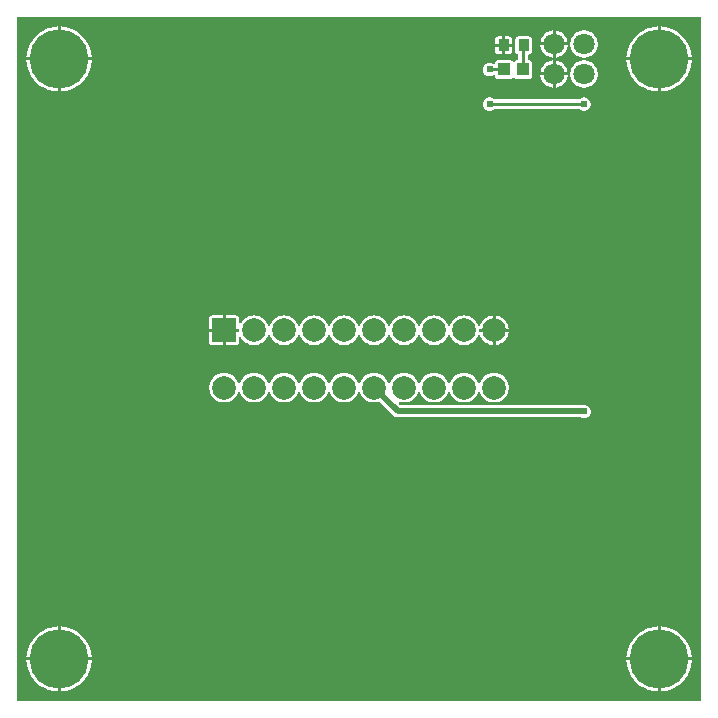
<source format=gtl>
G04 Layer: TopLayer*
G04 EasyEDA v6.5.34, 2023-08-21 18:11:39*
G04 c46f0082a94245e39cc9accd834b7a4f,5a6b42c53f6a479593ecc07194224c93,10*
G04 Gerber Generator version 0.2*
G04 Scale: 100 percent, Rotated: No, Reflected: No *
G04 Dimensions in millimeters *
G04 leading zeros omitted , absolute positions ,4 integer and 5 decimal *
%FSLAX45Y45*%
%MOMM*%

%ADD10C,0.2540*%
%ADD11C,0.5000*%
%ADD12R,0.8999X1.0000*%
%ADD13R,1.0000X1.1000*%
%ADD14C,2.0000*%
%ADD15R,2.0000X2.0000*%
%ADD16C,5.0000*%
%ADD17C,1.8000*%
%ADD18C,0.6096*%
%ADD19C,0.0190*%

%LPD*%
G36*
X5805932Y25908D02*
G01*
X36068Y26416D01*
X32156Y27178D01*
X28905Y29362D01*
X26670Y32664D01*
X25908Y36576D01*
X25908Y5805932D01*
X26670Y5809792D01*
X28905Y5813094D01*
X32156Y5815330D01*
X36068Y5816092D01*
X5805932Y5816092D01*
X5809792Y5815330D01*
X5813094Y5813094D01*
X5815330Y5809792D01*
X5816092Y5805932D01*
X5816092Y36068D01*
X5815330Y32156D01*
X5813094Y28905D01*
X5809792Y26670D01*
G37*

%LPC*%
G36*
X4584700Y5600700D02*
G01*
X4687112Y5600700D01*
X4686960Y5602528D01*
X4684268Y5616803D01*
X4679746Y5630672D01*
X4673549Y5643829D01*
X4665776Y5656122D01*
X4656480Y5667349D01*
X4645863Y5677306D01*
X4634077Y5685840D01*
X4621326Y5692851D01*
X4607814Y5698236D01*
X4593691Y5701842D01*
X4584700Y5702960D01*
G37*
G36*
X393700Y105562D02*
G01*
X398322Y105664D01*
X421284Y108051D01*
X443992Y112369D01*
X466242Y118618D01*
X487883Y126644D01*
X508812Y136499D01*
X528828Y148031D01*
X547776Y161239D01*
X565607Y175971D01*
X582117Y192125D01*
X597204Y209600D01*
X610819Y228295D01*
X622757Y248107D01*
X633018Y268782D01*
X641553Y290271D01*
X648208Y312369D01*
X653034Y334975D01*
X655929Y357886D01*
X656336Y368300D01*
X393700Y368300D01*
G37*
G36*
X5448300Y105613D02*
G01*
X5448300Y368300D01*
X5185410Y368300D01*
X5187289Y346405D01*
X5191099Y323646D01*
X5196890Y301244D01*
X5204460Y279450D01*
X5213858Y258317D01*
X5224983Y238099D01*
X5237784Y218846D01*
X5252161Y200710D01*
X5267960Y183896D01*
X5285130Y168402D01*
X5303520Y154432D01*
X5323027Y142036D01*
X5343499Y131368D01*
X5364835Y122377D01*
X5386781Y115265D01*
X5409285Y109982D01*
X5432145Y106629D01*
G37*
G36*
X368300Y105613D02*
G01*
X368300Y368300D01*
X105410Y368300D01*
X107289Y346405D01*
X111099Y323646D01*
X116890Y301244D01*
X124460Y279450D01*
X133858Y258317D01*
X144983Y238099D01*
X157784Y218846D01*
X172161Y200710D01*
X187960Y183896D01*
X205130Y168402D01*
X223520Y154432D01*
X243027Y142036D01*
X263499Y131368D01*
X284835Y122377D01*
X306781Y115265D01*
X329285Y109982D01*
X352145Y106629D01*
G37*
G36*
X393700Y393700D02*
G01*
X656336Y393700D01*
X655929Y404063D01*
X653034Y427024D01*
X648208Y449630D01*
X641553Y471728D01*
X633018Y493217D01*
X622757Y513892D01*
X610819Y533654D01*
X597204Y552348D01*
X582117Y569874D01*
X565607Y586028D01*
X547776Y600760D01*
X528828Y613968D01*
X508812Y625500D01*
X487883Y635355D01*
X466242Y643382D01*
X443992Y649630D01*
X421284Y653948D01*
X398322Y656336D01*
X393700Y656437D01*
G37*
G36*
X5473700Y393700D02*
G01*
X5736336Y393700D01*
X5735929Y404063D01*
X5733034Y427024D01*
X5728208Y449630D01*
X5721553Y471728D01*
X5713018Y493217D01*
X5702757Y513892D01*
X5690819Y533654D01*
X5677204Y552348D01*
X5662117Y569874D01*
X5645607Y586028D01*
X5627776Y600760D01*
X5608828Y613968D01*
X5588812Y625500D01*
X5567883Y635355D01*
X5546242Y643382D01*
X5523992Y649630D01*
X5501284Y653948D01*
X5478322Y656336D01*
X5473700Y656437D01*
G37*
G36*
X5185410Y393700D02*
G01*
X5448300Y393700D01*
X5448300Y656386D01*
X5432145Y655370D01*
X5409285Y652018D01*
X5386781Y646734D01*
X5364835Y639572D01*
X5343499Y630631D01*
X5323027Y619912D01*
X5303520Y607568D01*
X5285130Y593598D01*
X5267960Y578104D01*
X5252161Y561289D01*
X5237784Y543153D01*
X5224983Y523900D01*
X5213858Y503682D01*
X5204460Y482549D01*
X5196890Y460756D01*
X5191099Y438353D01*
X5187289Y415594D01*
G37*
G36*
X105410Y393700D02*
G01*
X368300Y393700D01*
X368300Y656386D01*
X352145Y655370D01*
X329285Y652018D01*
X306781Y646734D01*
X284835Y639572D01*
X263499Y630631D01*
X243027Y619912D01*
X223520Y607568D01*
X205130Y593598D01*
X187960Y578104D01*
X172161Y561289D01*
X157784Y543153D01*
X144983Y523900D01*
X133858Y503682D01*
X124460Y482549D01*
X116890Y460756D01*
X111099Y438353D01*
X107289Y415594D01*
G37*
G36*
X4826000Y2420162D02*
G01*
X4835804Y2421026D01*
X4845253Y2423566D01*
X4854194Y2427681D01*
X4862220Y2433320D01*
X4869180Y2440279D01*
X4874818Y2448306D01*
X4878933Y2457246D01*
X4881473Y2466695D01*
X4882337Y2476500D01*
X4881473Y2486304D01*
X4878933Y2495753D01*
X4874818Y2504694D01*
X4869180Y2512720D01*
X4862220Y2519680D01*
X4854194Y2525318D01*
X4845253Y2529433D01*
X4835804Y2531973D01*
X4826000Y2532837D01*
X4816195Y2531973D01*
X4806746Y2529433D01*
X4804410Y2528366D01*
X4800092Y2527401D01*
X3275228Y2527401D01*
X3271316Y2528163D01*
X3268065Y2530398D01*
X3257956Y2540457D01*
X3255568Y2544267D01*
X3255010Y2548686D01*
X3256432Y2552903D01*
X3259531Y2556154D01*
X3263696Y2557729D01*
X3268167Y2557373D01*
X3271875Y2556205D01*
X3286810Y2553462D01*
X3302000Y2552547D01*
X3317189Y2553462D01*
X3332124Y2556205D01*
X3346653Y2560726D01*
X3360521Y2566974D01*
X3373526Y2574848D01*
X3385464Y2584196D01*
X3396234Y2594965D01*
X3405632Y2606903D01*
X3413455Y2619908D01*
X3419754Y2633827D01*
X3421989Y2637028D01*
X3425190Y2639110D01*
X3429000Y2639822D01*
X3432810Y2639110D01*
X3436061Y2637028D01*
X3438245Y2633827D01*
X3444544Y2619908D01*
X3452418Y2606903D01*
X3461765Y2594965D01*
X3472535Y2584196D01*
X3484473Y2574848D01*
X3497478Y2566974D01*
X3511346Y2560726D01*
X3525875Y2556205D01*
X3540810Y2553462D01*
X3556000Y2552547D01*
X3571189Y2553462D01*
X3586124Y2556205D01*
X3600653Y2560726D01*
X3614521Y2566974D01*
X3627526Y2574848D01*
X3639464Y2584196D01*
X3650234Y2594965D01*
X3659632Y2606903D01*
X3667455Y2619908D01*
X3673754Y2633827D01*
X3675989Y2637028D01*
X3679190Y2639110D01*
X3683000Y2639822D01*
X3686810Y2639110D01*
X3690061Y2637028D01*
X3692245Y2633827D01*
X3698544Y2619908D01*
X3706418Y2606903D01*
X3715765Y2594965D01*
X3726535Y2584196D01*
X3738473Y2574848D01*
X3751478Y2566974D01*
X3765346Y2560726D01*
X3779875Y2556205D01*
X3794810Y2553462D01*
X3810000Y2552547D01*
X3825189Y2553462D01*
X3840124Y2556205D01*
X3854653Y2560726D01*
X3868521Y2566974D01*
X3881526Y2574848D01*
X3893464Y2584196D01*
X3904234Y2594965D01*
X3913632Y2606903D01*
X3921455Y2619908D01*
X3927754Y2633827D01*
X3929989Y2637028D01*
X3933190Y2639110D01*
X3937000Y2639822D01*
X3940810Y2639110D01*
X3944061Y2637028D01*
X3946245Y2633827D01*
X3952544Y2619908D01*
X3960418Y2606903D01*
X3969765Y2594965D01*
X3980535Y2584196D01*
X3992473Y2574848D01*
X4005478Y2566974D01*
X4019346Y2560726D01*
X4033875Y2556205D01*
X4048810Y2553462D01*
X4064000Y2552547D01*
X4079189Y2553462D01*
X4094124Y2556205D01*
X4108653Y2560726D01*
X4122521Y2566974D01*
X4135526Y2574848D01*
X4147464Y2584196D01*
X4158234Y2594965D01*
X4167632Y2606903D01*
X4175455Y2619908D01*
X4181703Y2633776D01*
X4186224Y2648305D01*
X4188968Y2663240D01*
X4189882Y2678430D01*
X4188968Y2693619D01*
X4186224Y2708554D01*
X4181703Y2723083D01*
X4175455Y2736951D01*
X4167632Y2749956D01*
X4158234Y2761894D01*
X4147464Y2772664D01*
X4135526Y2782062D01*
X4122521Y2789885D01*
X4108653Y2796133D01*
X4094124Y2800654D01*
X4079189Y2803398D01*
X4064000Y2804312D01*
X4048810Y2803398D01*
X4033875Y2800654D01*
X4019346Y2796133D01*
X4005478Y2789885D01*
X3992473Y2782062D01*
X3980535Y2772664D01*
X3969765Y2761894D01*
X3960418Y2749956D01*
X3952544Y2736951D01*
X3946245Y2723032D01*
X3944061Y2719832D01*
X3940810Y2717749D01*
X3937000Y2717038D01*
X3933190Y2717749D01*
X3929989Y2719832D01*
X3927754Y2723032D01*
X3921455Y2736951D01*
X3913632Y2749956D01*
X3904234Y2761894D01*
X3893464Y2772664D01*
X3881526Y2782062D01*
X3868521Y2789885D01*
X3854653Y2796133D01*
X3840124Y2800654D01*
X3825189Y2803398D01*
X3810000Y2804312D01*
X3794810Y2803398D01*
X3779875Y2800654D01*
X3765346Y2796133D01*
X3751478Y2789885D01*
X3738473Y2782062D01*
X3726535Y2772664D01*
X3715765Y2761894D01*
X3706418Y2749956D01*
X3698544Y2736951D01*
X3692245Y2723032D01*
X3690061Y2719832D01*
X3686810Y2717749D01*
X3683000Y2717038D01*
X3679190Y2717749D01*
X3675989Y2719832D01*
X3673754Y2723032D01*
X3667455Y2736951D01*
X3659632Y2749956D01*
X3650234Y2761894D01*
X3639464Y2772664D01*
X3627526Y2782062D01*
X3614521Y2789885D01*
X3600653Y2796133D01*
X3586124Y2800654D01*
X3571189Y2803398D01*
X3556000Y2804312D01*
X3540810Y2803398D01*
X3525875Y2800654D01*
X3511346Y2796133D01*
X3497478Y2789885D01*
X3484473Y2782062D01*
X3472535Y2772664D01*
X3461765Y2761894D01*
X3452418Y2749956D01*
X3444544Y2736951D01*
X3438245Y2723032D01*
X3436061Y2719832D01*
X3432810Y2717749D01*
X3429000Y2717038D01*
X3425190Y2717749D01*
X3421989Y2719832D01*
X3419754Y2723032D01*
X3413455Y2736951D01*
X3405632Y2749956D01*
X3396234Y2761894D01*
X3385464Y2772664D01*
X3373526Y2782062D01*
X3360521Y2789885D01*
X3346653Y2796133D01*
X3332124Y2800654D01*
X3317189Y2803398D01*
X3302000Y2804312D01*
X3286810Y2803398D01*
X3271875Y2800654D01*
X3257346Y2796133D01*
X3243478Y2789885D01*
X3230473Y2782062D01*
X3218535Y2772664D01*
X3207766Y2761894D01*
X3198418Y2749956D01*
X3190544Y2736951D01*
X3184245Y2723032D01*
X3182061Y2719832D01*
X3178810Y2717749D01*
X3175000Y2717038D01*
X3171190Y2717749D01*
X3167989Y2719832D01*
X3165754Y2723032D01*
X3159455Y2736951D01*
X3151632Y2749956D01*
X3142234Y2761894D01*
X3131464Y2772664D01*
X3119526Y2782062D01*
X3106521Y2789885D01*
X3092653Y2796133D01*
X3078124Y2800654D01*
X3063189Y2803398D01*
X3048000Y2804312D01*
X3032810Y2803398D01*
X3017875Y2800654D01*
X3003346Y2796133D01*
X2989478Y2789885D01*
X2976473Y2782062D01*
X2964535Y2772664D01*
X2953766Y2761894D01*
X2944418Y2749956D01*
X2936544Y2736951D01*
X2930245Y2723032D01*
X2928061Y2719832D01*
X2924810Y2717749D01*
X2921000Y2717038D01*
X2917190Y2717749D01*
X2913989Y2719832D01*
X2911754Y2723032D01*
X2905455Y2736951D01*
X2897632Y2749956D01*
X2888234Y2761894D01*
X2877464Y2772664D01*
X2865526Y2782062D01*
X2852521Y2789885D01*
X2838653Y2796133D01*
X2824124Y2800654D01*
X2809189Y2803398D01*
X2794000Y2804312D01*
X2778810Y2803398D01*
X2763875Y2800654D01*
X2749346Y2796133D01*
X2735478Y2789885D01*
X2722473Y2782062D01*
X2710535Y2772664D01*
X2699766Y2761894D01*
X2690418Y2749956D01*
X2682544Y2736951D01*
X2676245Y2723032D01*
X2674061Y2719832D01*
X2670810Y2717749D01*
X2667000Y2717038D01*
X2663190Y2717749D01*
X2659989Y2719832D01*
X2657754Y2723032D01*
X2651455Y2736951D01*
X2643632Y2749956D01*
X2634234Y2761894D01*
X2623464Y2772664D01*
X2611526Y2782062D01*
X2598521Y2789885D01*
X2584653Y2796133D01*
X2570124Y2800654D01*
X2555189Y2803398D01*
X2540000Y2804312D01*
X2524810Y2803398D01*
X2509875Y2800654D01*
X2495346Y2796133D01*
X2481478Y2789885D01*
X2468473Y2782062D01*
X2456535Y2772664D01*
X2445766Y2761894D01*
X2436418Y2749956D01*
X2428544Y2736951D01*
X2422245Y2723032D01*
X2420061Y2719832D01*
X2416810Y2717749D01*
X2413000Y2717038D01*
X2409190Y2717749D01*
X2405989Y2719832D01*
X2403754Y2723032D01*
X2397455Y2736951D01*
X2389632Y2749956D01*
X2380234Y2761894D01*
X2369464Y2772664D01*
X2357526Y2782062D01*
X2344521Y2789885D01*
X2330653Y2796133D01*
X2316124Y2800654D01*
X2301189Y2803398D01*
X2286000Y2804312D01*
X2270810Y2803398D01*
X2255875Y2800654D01*
X2241346Y2796133D01*
X2227478Y2789885D01*
X2214473Y2782062D01*
X2202535Y2772664D01*
X2191766Y2761894D01*
X2182418Y2749956D01*
X2174544Y2736951D01*
X2168245Y2723032D01*
X2166061Y2719832D01*
X2162810Y2717749D01*
X2159000Y2717038D01*
X2155190Y2717749D01*
X2151989Y2719832D01*
X2149754Y2723032D01*
X2143455Y2736951D01*
X2135632Y2749956D01*
X2126234Y2761894D01*
X2115464Y2772664D01*
X2103526Y2782062D01*
X2090521Y2789885D01*
X2076653Y2796133D01*
X2062124Y2800654D01*
X2047189Y2803398D01*
X2032000Y2804312D01*
X2016810Y2803398D01*
X2001875Y2800654D01*
X1987346Y2796133D01*
X1973478Y2789885D01*
X1960473Y2782062D01*
X1948535Y2772664D01*
X1937766Y2761894D01*
X1928418Y2749956D01*
X1920544Y2736951D01*
X1914245Y2723032D01*
X1912061Y2719832D01*
X1908810Y2717749D01*
X1905000Y2717038D01*
X1901189Y2717749D01*
X1897989Y2719832D01*
X1895754Y2723032D01*
X1889455Y2736951D01*
X1881632Y2749956D01*
X1872234Y2761894D01*
X1861464Y2772664D01*
X1849526Y2782062D01*
X1836521Y2789885D01*
X1822653Y2796133D01*
X1808124Y2800654D01*
X1793189Y2803398D01*
X1778000Y2804312D01*
X1762810Y2803398D01*
X1747875Y2800654D01*
X1733346Y2796133D01*
X1719478Y2789885D01*
X1706473Y2782062D01*
X1694535Y2772664D01*
X1683766Y2761894D01*
X1674418Y2749956D01*
X1666544Y2736951D01*
X1660296Y2723083D01*
X1655775Y2708554D01*
X1653032Y2693619D01*
X1652117Y2678430D01*
X1653032Y2663240D01*
X1655775Y2648305D01*
X1660296Y2633776D01*
X1666544Y2619908D01*
X1674418Y2606903D01*
X1683766Y2594965D01*
X1694535Y2584196D01*
X1706473Y2574848D01*
X1719478Y2566974D01*
X1733346Y2560726D01*
X1747875Y2556205D01*
X1762810Y2553462D01*
X1778000Y2552547D01*
X1793189Y2553462D01*
X1808124Y2556205D01*
X1822653Y2560726D01*
X1836521Y2566974D01*
X1849526Y2574848D01*
X1861464Y2584196D01*
X1872234Y2594965D01*
X1881632Y2606903D01*
X1889455Y2619908D01*
X1895754Y2633827D01*
X1897989Y2637028D01*
X1901189Y2639110D01*
X1905000Y2639822D01*
X1908810Y2639110D01*
X1912061Y2637028D01*
X1914245Y2633827D01*
X1920544Y2619908D01*
X1928418Y2606903D01*
X1937766Y2594965D01*
X1948535Y2584196D01*
X1960473Y2574848D01*
X1973478Y2566974D01*
X1987346Y2560726D01*
X2001875Y2556205D01*
X2016810Y2553462D01*
X2032000Y2552547D01*
X2047189Y2553462D01*
X2062124Y2556205D01*
X2076653Y2560726D01*
X2090521Y2566974D01*
X2103526Y2574848D01*
X2115464Y2584196D01*
X2126234Y2594965D01*
X2135632Y2606903D01*
X2143455Y2619908D01*
X2149754Y2633827D01*
X2151989Y2637028D01*
X2155190Y2639110D01*
X2159000Y2639822D01*
X2162810Y2639110D01*
X2166061Y2637028D01*
X2168245Y2633827D01*
X2174544Y2619908D01*
X2182418Y2606903D01*
X2191766Y2594965D01*
X2202535Y2584196D01*
X2214473Y2574848D01*
X2227478Y2566974D01*
X2241346Y2560726D01*
X2255875Y2556205D01*
X2270810Y2553462D01*
X2286000Y2552547D01*
X2301189Y2553462D01*
X2316124Y2556205D01*
X2330653Y2560726D01*
X2344521Y2566974D01*
X2357526Y2574848D01*
X2369464Y2584196D01*
X2380234Y2594965D01*
X2389632Y2606903D01*
X2397455Y2619908D01*
X2403754Y2633827D01*
X2405989Y2637028D01*
X2409190Y2639110D01*
X2413000Y2639822D01*
X2416810Y2639110D01*
X2420061Y2637028D01*
X2422245Y2633827D01*
X2428544Y2619908D01*
X2436418Y2606903D01*
X2445766Y2594965D01*
X2456535Y2584196D01*
X2468473Y2574848D01*
X2481478Y2566974D01*
X2495346Y2560726D01*
X2509875Y2556205D01*
X2524810Y2553462D01*
X2540000Y2552547D01*
X2555189Y2553462D01*
X2570124Y2556205D01*
X2584653Y2560726D01*
X2598521Y2566974D01*
X2611526Y2574848D01*
X2623464Y2584196D01*
X2634234Y2594965D01*
X2643632Y2606903D01*
X2651455Y2619908D01*
X2657754Y2633827D01*
X2659989Y2637028D01*
X2663190Y2639110D01*
X2667000Y2639822D01*
X2670810Y2639110D01*
X2674061Y2637028D01*
X2676245Y2633827D01*
X2682544Y2619908D01*
X2690418Y2606903D01*
X2699766Y2594965D01*
X2710535Y2584196D01*
X2722473Y2574848D01*
X2735478Y2566974D01*
X2749346Y2560726D01*
X2763875Y2556205D01*
X2778810Y2553462D01*
X2794000Y2552547D01*
X2809189Y2553462D01*
X2824124Y2556205D01*
X2838653Y2560726D01*
X2852521Y2566974D01*
X2865526Y2574848D01*
X2877464Y2584196D01*
X2888234Y2594965D01*
X2897632Y2606903D01*
X2905455Y2619908D01*
X2911754Y2633827D01*
X2913989Y2637028D01*
X2917190Y2639110D01*
X2921000Y2639822D01*
X2924810Y2639110D01*
X2928061Y2637028D01*
X2930245Y2633827D01*
X2936544Y2619908D01*
X2944418Y2606903D01*
X2953766Y2594965D01*
X2964535Y2584196D01*
X2976473Y2574848D01*
X2989478Y2566974D01*
X3003346Y2560726D01*
X3017875Y2556205D01*
X3032810Y2553462D01*
X3048000Y2552547D01*
X3063189Y2553462D01*
X3078124Y2556205D01*
X3087573Y2559151D01*
X3091230Y2559608D01*
X3094786Y2558694D01*
X3097784Y2556611D01*
X3213760Y2440686D01*
X3217214Y2437536D01*
X3220720Y2434793D01*
X3224479Y2432405D01*
X3228441Y2430373D01*
X3232505Y2428697D01*
X3236772Y2427325D01*
X3241090Y2426360D01*
X3245510Y2425801D01*
X3250133Y2425598D01*
X4800092Y2425598D01*
X4804359Y2424633D01*
X4806746Y2423566D01*
X4816195Y2421026D01*
G37*
G36*
X4456887Y5600700D02*
G01*
X4559300Y5600700D01*
X4559300Y5702960D01*
X4550308Y5701842D01*
X4536186Y5698236D01*
X4522673Y5692851D01*
X4509922Y5685840D01*
X4498136Y5677306D01*
X4487519Y5667349D01*
X4478223Y5656122D01*
X4470450Y5643829D01*
X4464253Y5630672D01*
X4459732Y5616803D01*
X4457039Y5602528D01*
G37*
G36*
X4156811Y5588000D02*
G01*
X4214977Y5588000D01*
X4214977Y5624728D01*
X4214266Y5631027D01*
X4212386Y5636514D01*
X4209288Y5641390D01*
X4205224Y5645505D01*
X4200296Y5648604D01*
X4194860Y5650484D01*
X4188510Y5651195D01*
X4156811Y5651195D01*
G37*
G36*
X4073194Y5588000D02*
G01*
X4131411Y5588000D01*
X4131411Y5651195D01*
X4099661Y5651195D01*
X4093362Y5650484D01*
X4087876Y5648604D01*
X4082999Y5645505D01*
X4078884Y5641390D01*
X4075785Y5636514D01*
X4073906Y5631027D01*
X4073194Y5624728D01*
G37*
G36*
X4156811Y5499404D02*
G01*
X4188510Y5499404D01*
X4194860Y5500116D01*
X4200296Y5501995D01*
X4205224Y5505094D01*
X4209288Y5509158D01*
X4212386Y5514086D01*
X4214266Y5519521D01*
X4214977Y5525871D01*
X4214977Y5562600D01*
X4156811Y5562600D01*
G37*
G36*
X4099661Y5499404D02*
G01*
X4131411Y5499404D01*
X4131411Y5562600D01*
X4073194Y5562600D01*
X4073194Y5525871D01*
X4073906Y5519521D01*
X4075785Y5514086D01*
X4078884Y5509158D01*
X4082999Y5505094D01*
X4087876Y5501995D01*
X4093362Y5500116D01*
G37*
G36*
X5185410Y5473700D02*
G01*
X5448300Y5473700D01*
X5448300Y5736386D01*
X5432145Y5735370D01*
X5409285Y5732018D01*
X5386781Y5726734D01*
X5364835Y5719572D01*
X5343499Y5710631D01*
X5323027Y5699912D01*
X5303520Y5687568D01*
X5285130Y5673598D01*
X5267960Y5658104D01*
X5252161Y5641289D01*
X5237784Y5623153D01*
X5224983Y5603900D01*
X5213858Y5583682D01*
X5204460Y5562549D01*
X5196890Y5540756D01*
X5191099Y5518353D01*
X5187289Y5495594D01*
G37*
G36*
X105410Y5473700D02*
G01*
X368300Y5473700D01*
X368300Y5736386D01*
X352145Y5735370D01*
X329285Y5732018D01*
X306781Y5726734D01*
X284835Y5719572D01*
X263499Y5710631D01*
X243027Y5699912D01*
X223520Y5687568D01*
X205130Y5673598D01*
X187960Y5658104D01*
X172161Y5641289D01*
X157784Y5623153D01*
X144983Y5603900D01*
X133858Y5583682D01*
X124460Y5562549D01*
X116890Y5540756D01*
X111099Y5518353D01*
X107289Y5495594D01*
G37*
G36*
X393700Y5473700D02*
G01*
X656336Y5473700D01*
X655929Y5484063D01*
X653034Y5507024D01*
X648208Y5529630D01*
X641553Y5551728D01*
X633018Y5573217D01*
X622757Y5593892D01*
X610819Y5613654D01*
X597204Y5632348D01*
X582117Y5649874D01*
X565607Y5666028D01*
X547776Y5680760D01*
X528828Y5693968D01*
X508812Y5705500D01*
X487883Y5715355D01*
X466242Y5723382D01*
X443992Y5729630D01*
X421284Y5733948D01*
X398322Y5736336D01*
X393700Y5736437D01*
G37*
G36*
X5473700Y5473700D02*
G01*
X5736336Y5473700D01*
X5735929Y5484063D01*
X5733034Y5507024D01*
X5728208Y5529630D01*
X5721553Y5551728D01*
X5713018Y5573217D01*
X5702757Y5593892D01*
X5690819Y5613654D01*
X5677204Y5632348D01*
X5662117Y5649874D01*
X5645607Y5666028D01*
X5627776Y5680760D01*
X5608828Y5693968D01*
X5588812Y5705500D01*
X5567883Y5715355D01*
X5546242Y5723382D01*
X5523992Y5729630D01*
X5501284Y5733948D01*
X5478322Y5736336D01*
X5473700Y5736437D01*
G37*
G36*
X4559300Y5473039D02*
G01*
X4559300Y5575300D01*
X4456887Y5575300D01*
X4457039Y5573471D01*
X4459732Y5559196D01*
X4464253Y5545328D01*
X4470450Y5532170D01*
X4478223Y5519877D01*
X4487519Y5508650D01*
X4498136Y5498693D01*
X4509922Y5490159D01*
X4522673Y5483148D01*
X4536186Y5477764D01*
X4550308Y5474157D01*
G37*
G36*
X4584700Y5473039D02*
G01*
X4593691Y5474157D01*
X4607814Y5477764D01*
X4621326Y5483148D01*
X4634077Y5490159D01*
X4645863Y5498693D01*
X4656480Y5508650D01*
X4665776Y5519877D01*
X4673549Y5532170D01*
X4679746Y5545328D01*
X4684268Y5559196D01*
X4686960Y5573471D01*
X4687112Y5575300D01*
X4584700Y5575300D01*
G37*
G36*
X4818735Y5472328D02*
G01*
X4833264Y5472328D01*
X4847691Y5474157D01*
X4861814Y5477764D01*
X4875326Y5483148D01*
X4888077Y5490159D01*
X4899863Y5498693D01*
X4910480Y5508650D01*
X4919776Y5519877D01*
X4927549Y5532170D01*
X4933746Y5545328D01*
X4938268Y5559196D01*
X4940960Y5573471D01*
X4941874Y5588000D01*
X4940960Y5602528D01*
X4938268Y5616803D01*
X4933746Y5630672D01*
X4927549Y5643829D01*
X4919776Y5656122D01*
X4910480Y5667349D01*
X4899863Y5677306D01*
X4888077Y5685840D01*
X4875326Y5692851D01*
X4861814Y5698236D01*
X4847691Y5701842D01*
X4833264Y5703671D01*
X4818735Y5703671D01*
X4804308Y5701842D01*
X4790186Y5698236D01*
X4776673Y5692851D01*
X4763922Y5685840D01*
X4752136Y5677306D01*
X4741519Y5667349D01*
X4732223Y5656122D01*
X4724450Y5643829D01*
X4718253Y5630672D01*
X4713732Y5616803D01*
X4711039Y5602528D01*
X4710125Y5588000D01*
X4711039Y5573471D01*
X4713732Y5559196D01*
X4718253Y5545328D01*
X4724450Y5532170D01*
X4732223Y5519877D01*
X4741519Y5508650D01*
X4752136Y5498693D01*
X4763922Y5490159D01*
X4776673Y5483148D01*
X4790186Y5477764D01*
X4804308Y5474157D01*
G37*
G36*
X4584700Y5346700D02*
G01*
X4687112Y5346700D01*
X4686960Y5348528D01*
X4684268Y5362803D01*
X4679746Y5376672D01*
X4673549Y5389829D01*
X4665776Y5402122D01*
X4656480Y5413349D01*
X4645863Y5423306D01*
X4634077Y5431840D01*
X4621326Y5438851D01*
X4607814Y5444236D01*
X4593691Y5447842D01*
X4584700Y5448960D01*
G37*
G36*
X4456887Y5346700D02*
G01*
X4559300Y5346700D01*
X4559300Y5448960D01*
X4550308Y5447842D01*
X4536186Y5444236D01*
X4522673Y5438851D01*
X4509922Y5431840D01*
X4498136Y5423306D01*
X4487519Y5413349D01*
X4478223Y5402122D01*
X4470450Y5389829D01*
X4464253Y5376672D01*
X4459732Y5362803D01*
X4457039Y5348528D01*
G37*
G36*
X4099661Y5291175D02*
G01*
X4198518Y5291175D01*
X4204868Y5291886D01*
X4210304Y5293817D01*
X4215231Y5296916D01*
X4219295Y5300980D01*
X4220514Y5302859D01*
X4223308Y5305806D01*
X4227068Y5307431D01*
X4231132Y5307431D01*
X4234891Y5305806D01*
X4237685Y5302859D01*
X4238904Y5300980D01*
X4242968Y5296916D01*
X4247896Y5293817D01*
X4253331Y5291886D01*
X4259681Y5291175D01*
X4358538Y5291175D01*
X4364837Y5291886D01*
X4370324Y5293817D01*
X4375200Y5296916D01*
X4379315Y5300980D01*
X4382363Y5305907D01*
X4384294Y5311343D01*
X4385005Y5317693D01*
X4385005Y5426506D01*
X4384294Y5432856D01*
X4382363Y5438292D01*
X4379315Y5443220D01*
X4375200Y5447284D01*
X4370324Y5450382D01*
X4364939Y5452262D01*
X4356862Y5453075D01*
X4353306Y5454091D01*
X4350308Y5456326D01*
X4348378Y5459526D01*
X4347667Y5463184D01*
X4347667Y5489244D01*
X4348378Y5492902D01*
X4350308Y5496052D01*
X4353306Y5498287D01*
X4356862Y5499354D01*
X4364888Y5500116D01*
X4370324Y5501995D01*
X4375200Y5505094D01*
X4379315Y5509158D01*
X4382363Y5514086D01*
X4384294Y5519521D01*
X4385005Y5525871D01*
X4385005Y5624728D01*
X4384294Y5631027D01*
X4382363Y5636514D01*
X4379315Y5641390D01*
X4375200Y5645505D01*
X4370324Y5648604D01*
X4364837Y5650484D01*
X4358538Y5651195D01*
X4269689Y5651195D01*
X4263339Y5650484D01*
X4257903Y5648604D01*
X4252976Y5645505D01*
X4248912Y5641390D01*
X4245813Y5636514D01*
X4243882Y5631027D01*
X4243171Y5624728D01*
X4243171Y5525871D01*
X4243882Y5519521D01*
X4245813Y5514086D01*
X4248912Y5509158D01*
X4252976Y5505094D01*
X4257903Y5501995D01*
X4263694Y5499963D01*
X4267200Y5497830D01*
X4269638Y5494477D01*
X4270451Y5490413D01*
X4270451Y5463184D01*
X4269790Y5459526D01*
X4267860Y5456326D01*
X4264863Y5454091D01*
X4261307Y5453075D01*
X4253280Y5452262D01*
X4247896Y5450382D01*
X4242968Y5447284D01*
X4238904Y5443220D01*
X4237685Y5441340D01*
X4234891Y5438394D01*
X4231132Y5436768D01*
X4227068Y5436768D01*
X4223308Y5438394D01*
X4220514Y5441340D01*
X4219295Y5443220D01*
X4215231Y5447284D01*
X4210304Y5450382D01*
X4204868Y5452313D01*
X4198518Y5453024D01*
X4099661Y5453024D01*
X4093362Y5452313D01*
X4087876Y5450382D01*
X4082999Y5447284D01*
X4078884Y5443220D01*
X4075836Y5438292D01*
X4073906Y5432856D01*
X4073144Y5425948D01*
X4071823Y5422036D01*
X4069079Y5418937D01*
X4065320Y5417210D01*
X4061155Y5417108D01*
X4057294Y5418683D01*
X4054144Y5420868D01*
X4045153Y5425033D01*
X4035704Y5427573D01*
X4025900Y5428437D01*
X4016095Y5427573D01*
X4006646Y5425033D01*
X3997706Y5420918D01*
X3989679Y5415280D01*
X3982720Y5408320D01*
X3977081Y5400294D01*
X3972966Y5391353D01*
X3970426Y5381904D01*
X3969562Y5372100D01*
X3970426Y5362295D01*
X3972966Y5352846D01*
X3977081Y5343906D01*
X3982720Y5335879D01*
X3989679Y5328920D01*
X3997706Y5323281D01*
X4006646Y5319166D01*
X4016095Y5316626D01*
X4025900Y5315762D01*
X4035704Y5316626D01*
X4045153Y5319166D01*
X4054094Y5323281D01*
X4057192Y5325516D01*
X4061053Y5327142D01*
X4065219Y5327091D01*
X4069029Y5325364D01*
X4071823Y5322265D01*
X4073144Y5318302D01*
X4073906Y5311343D01*
X4075836Y5305907D01*
X4078884Y5300980D01*
X4082999Y5296916D01*
X4087876Y5293817D01*
X4093362Y5291886D01*
G37*
G36*
X4584700Y5219039D02*
G01*
X4593691Y5220157D01*
X4607814Y5223764D01*
X4621326Y5229148D01*
X4634077Y5236159D01*
X4645863Y5244693D01*
X4656480Y5254650D01*
X4665776Y5265877D01*
X4673549Y5278170D01*
X4679746Y5291328D01*
X4684268Y5305196D01*
X4686960Y5319471D01*
X4687112Y5321300D01*
X4584700Y5321300D01*
G37*
G36*
X4559300Y5219039D02*
G01*
X4559300Y5321300D01*
X4456887Y5321300D01*
X4457039Y5319471D01*
X4459732Y5305196D01*
X4464253Y5291328D01*
X4470450Y5278170D01*
X4478223Y5265877D01*
X4487519Y5254650D01*
X4498136Y5244693D01*
X4509922Y5236159D01*
X4522673Y5229148D01*
X4536186Y5223764D01*
X4550308Y5220157D01*
G37*
G36*
X4818735Y5218328D02*
G01*
X4833264Y5218328D01*
X4847691Y5220157D01*
X4861814Y5223764D01*
X4875326Y5229148D01*
X4888077Y5236159D01*
X4899863Y5244693D01*
X4910480Y5254650D01*
X4919776Y5265877D01*
X4927549Y5278170D01*
X4933746Y5291328D01*
X4938268Y5305196D01*
X4940960Y5319471D01*
X4941874Y5334000D01*
X4940960Y5348528D01*
X4938268Y5362803D01*
X4933746Y5376672D01*
X4927549Y5389829D01*
X4919776Y5402122D01*
X4910480Y5413349D01*
X4899863Y5423306D01*
X4888077Y5431840D01*
X4875326Y5438851D01*
X4861814Y5444236D01*
X4847691Y5447842D01*
X4833264Y5449671D01*
X4818735Y5449671D01*
X4804308Y5447842D01*
X4790186Y5444236D01*
X4776673Y5438851D01*
X4763922Y5431840D01*
X4752136Y5423306D01*
X4741519Y5413349D01*
X4732223Y5402122D01*
X4724450Y5389829D01*
X4718253Y5376672D01*
X4713732Y5362803D01*
X4711039Y5348528D01*
X4710125Y5334000D01*
X4711039Y5319471D01*
X4713732Y5305196D01*
X4718253Y5291328D01*
X4724450Y5278170D01*
X4732223Y5265877D01*
X4741519Y5254650D01*
X4752136Y5244693D01*
X4763922Y5236159D01*
X4776673Y5229148D01*
X4790186Y5223764D01*
X4804308Y5220157D01*
G37*
G36*
X5448300Y5185613D02*
G01*
X5448300Y5448300D01*
X5185410Y5448300D01*
X5187289Y5426405D01*
X5191099Y5403646D01*
X5196890Y5381244D01*
X5204460Y5359450D01*
X5213858Y5338318D01*
X5224983Y5318099D01*
X5237784Y5298846D01*
X5252161Y5280710D01*
X5267960Y5263896D01*
X5285130Y5248402D01*
X5303520Y5234432D01*
X5323027Y5222036D01*
X5343499Y5211368D01*
X5364835Y5202377D01*
X5386781Y5195265D01*
X5409285Y5189982D01*
X5432145Y5186629D01*
G37*
G36*
X368300Y5185613D02*
G01*
X368300Y5448300D01*
X105410Y5448300D01*
X107289Y5426405D01*
X111099Y5403646D01*
X116890Y5381244D01*
X124460Y5359450D01*
X133858Y5338318D01*
X144983Y5318099D01*
X157784Y5298846D01*
X172161Y5280710D01*
X187960Y5263896D01*
X205130Y5248402D01*
X223520Y5234432D01*
X243027Y5222036D01*
X263499Y5211368D01*
X284835Y5202377D01*
X306781Y5195265D01*
X329285Y5189982D01*
X352145Y5186629D01*
G37*
G36*
X1678584Y3037687D02*
G01*
X1765300Y3037687D01*
X1765300Y3150870D01*
X1652117Y3150870D01*
X1652117Y3064154D01*
X1652828Y3057804D01*
X1654708Y3052368D01*
X1657807Y3047441D01*
X1661871Y3043377D01*
X1666798Y3040278D01*
X1672234Y3038398D01*
G37*
G36*
X1790700Y3037687D02*
G01*
X1877415Y3037687D01*
X1883765Y3038398D01*
X1889201Y3040278D01*
X1894128Y3043377D01*
X1898192Y3047441D01*
X1901291Y3052368D01*
X1903222Y3057804D01*
X1903933Y3064154D01*
X1903933Y3096107D01*
X1904847Y3100374D01*
X1907489Y3103880D01*
X1911350Y3105912D01*
X1915718Y3106166D01*
X1919782Y3104540D01*
X1922780Y3101390D01*
X1928418Y3092043D01*
X1937766Y3080105D01*
X1948535Y3069336D01*
X1960473Y3059988D01*
X1973478Y3052114D01*
X1987346Y3045866D01*
X2001875Y3041345D01*
X2016810Y3038602D01*
X2032000Y3037687D01*
X2047189Y3038602D01*
X2062124Y3041345D01*
X2076653Y3045866D01*
X2090521Y3052114D01*
X2103526Y3059988D01*
X2115464Y3069336D01*
X2126234Y3080105D01*
X2135632Y3092043D01*
X2143455Y3105048D01*
X2149754Y3118967D01*
X2151989Y3122168D01*
X2155190Y3124250D01*
X2159000Y3124962D01*
X2162810Y3124250D01*
X2166061Y3122168D01*
X2168245Y3118967D01*
X2174544Y3105048D01*
X2182418Y3092043D01*
X2191766Y3080105D01*
X2202535Y3069336D01*
X2214473Y3059988D01*
X2227478Y3052114D01*
X2241346Y3045866D01*
X2255875Y3041345D01*
X2270810Y3038602D01*
X2286000Y3037687D01*
X2301189Y3038602D01*
X2316124Y3041345D01*
X2330653Y3045866D01*
X2344521Y3052114D01*
X2357526Y3059988D01*
X2369464Y3069336D01*
X2380234Y3080105D01*
X2389632Y3092043D01*
X2397455Y3105048D01*
X2403754Y3118967D01*
X2405989Y3122168D01*
X2409190Y3124250D01*
X2413000Y3124962D01*
X2416810Y3124250D01*
X2420061Y3122168D01*
X2422245Y3118967D01*
X2428544Y3105048D01*
X2436418Y3092043D01*
X2445766Y3080105D01*
X2456535Y3069336D01*
X2468473Y3059988D01*
X2481478Y3052114D01*
X2495346Y3045866D01*
X2509875Y3041345D01*
X2524810Y3038602D01*
X2540000Y3037687D01*
X2555189Y3038602D01*
X2570124Y3041345D01*
X2584653Y3045866D01*
X2598521Y3052114D01*
X2611526Y3059988D01*
X2623464Y3069336D01*
X2634234Y3080105D01*
X2643632Y3092043D01*
X2651455Y3105048D01*
X2657754Y3118967D01*
X2659989Y3122168D01*
X2663190Y3124250D01*
X2667000Y3124962D01*
X2670810Y3124250D01*
X2674061Y3122168D01*
X2676245Y3118967D01*
X2682544Y3105048D01*
X2690418Y3092043D01*
X2699766Y3080105D01*
X2710535Y3069336D01*
X2722473Y3059988D01*
X2735478Y3052114D01*
X2749346Y3045866D01*
X2763875Y3041345D01*
X2778810Y3038602D01*
X2794000Y3037687D01*
X2809189Y3038602D01*
X2824124Y3041345D01*
X2838653Y3045866D01*
X2852521Y3052114D01*
X2865526Y3059988D01*
X2877464Y3069336D01*
X2888234Y3080105D01*
X2897632Y3092043D01*
X2905455Y3105048D01*
X2911754Y3118967D01*
X2913989Y3122168D01*
X2917190Y3124250D01*
X2921000Y3124962D01*
X2924810Y3124250D01*
X2928061Y3122168D01*
X2930245Y3118967D01*
X2936544Y3105048D01*
X2944418Y3092043D01*
X2953766Y3080105D01*
X2964535Y3069336D01*
X2976473Y3059988D01*
X2989478Y3052114D01*
X3003346Y3045866D01*
X3017875Y3041345D01*
X3032810Y3038602D01*
X3048000Y3037687D01*
X3063189Y3038602D01*
X3078124Y3041345D01*
X3092653Y3045866D01*
X3106521Y3052114D01*
X3119526Y3059988D01*
X3131464Y3069336D01*
X3142234Y3080105D01*
X3151632Y3092043D01*
X3159455Y3105048D01*
X3165754Y3118967D01*
X3167989Y3122168D01*
X3171190Y3124250D01*
X3175000Y3124962D01*
X3178810Y3124250D01*
X3182061Y3122168D01*
X3184245Y3118967D01*
X3190544Y3105048D01*
X3198418Y3092043D01*
X3207766Y3080105D01*
X3218535Y3069336D01*
X3230473Y3059988D01*
X3243478Y3052114D01*
X3257346Y3045866D01*
X3271875Y3041345D01*
X3286810Y3038602D01*
X3302000Y3037687D01*
X3317189Y3038602D01*
X3332124Y3041345D01*
X3346653Y3045866D01*
X3360521Y3052114D01*
X3373526Y3059988D01*
X3385464Y3069336D01*
X3396234Y3080105D01*
X3405632Y3092043D01*
X3413455Y3105048D01*
X3419754Y3118967D01*
X3421989Y3122168D01*
X3425190Y3124250D01*
X3429000Y3124962D01*
X3432810Y3124250D01*
X3436061Y3122168D01*
X3438245Y3118967D01*
X3444544Y3105048D01*
X3452418Y3092043D01*
X3461765Y3080105D01*
X3472535Y3069336D01*
X3484473Y3059988D01*
X3497478Y3052114D01*
X3511346Y3045866D01*
X3525875Y3041345D01*
X3540810Y3038602D01*
X3556000Y3037687D01*
X3571189Y3038602D01*
X3586124Y3041345D01*
X3600653Y3045866D01*
X3614521Y3052114D01*
X3627526Y3059988D01*
X3639464Y3069336D01*
X3650234Y3080105D01*
X3659632Y3092043D01*
X3667455Y3105048D01*
X3673754Y3118967D01*
X3675989Y3122168D01*
X3679190Y3124250D01*
X3683000Y3124962D01*
X3686810Y3124250D01*
X3690061Y3122168D01*
X3692245Y3118967D01*
X3698544Y3105048D01*
X3706418Y3092043D01*
X3715765Y3080105D01*
X3726535Y3069336D01*
X3738473Y3059988D01*
X3751478Y3052114D01*
X3765346Y3045866D01*
X3779875Y3041345D01*
X3794810Y3038602D01*
X3810000Y3037687D01*
X3825189Y3038602D01*
X3840124Y3041345D01*
X3854653Y3045866D01*
X3868521Y3052114D01*
X3881526Y3059988D01*
X3893464Y3069336D01*
X3904234Y3080105D01*
X3913632Y3092043D01*
X3921455Y3105048D01*
X3927754Y3118967D01*
X3929989Y3122168D01*
X3933190Y3124250D01*
X3937000Y3124962D01*
X3940810Y3124250D01*
X3944061Y3122168D01*
X3946245Y3118967D01*
X3952544Y3105048D01*
X3960418Y3092043D01*
X3969765Y3080105D01*
X3980535Y3069336D01*
X3992473Y3059988D01*
X4005478Y3052114D01*
X4019346Y3045866D01*
X4033875Y3041345D01*
X4048810Y3038602D01*
X4051300Y3038449D01*
X4051300Y3150870D01*
X3945940Y3150870D01*
X3942029Y3151632D01*
X3938727Y3153867D01*
X3936542Y3157169D01*
X3935780Y3161030D01*
X3935780Y3166110D01*
X3936542Y3170021D01*
X3938727Y3173272D01*
X3942029Y3175508D01*
X3945940Y3176270D01*
X4051300Y3176270D01*
X4051300Y3288690D01*
X4048810Y3288537D01*
X4033875Y3285794D01*
X4019346Y3281273D01*
X4005478Y3275025D01*
X3992473Y3267202D01*
X3980535Y3257803D01*
X3969765Y3247034D01*
X3960418Y3235096D01*
X3952544Y3222091D01*
X3946245Y3208172D01*
X3944061Y3204972D01*
X3940810Y3202889D01*
X3937000Y3202178D01*
X3933190Y3202889D01*
X3929989Y3204972D01*
X3927754Y3208172D01*
X3921455Y3222091D01*
X3913632Y3235096D01*
X3904234Y3247034D01*
X3893464Y3257803D01*
X3881526Y3267202D01*
X3868521Y3275025D01*
X3854653Y3281273D01*
X3840124Y3285794D01*
X3825189Y3288537D01*
X3810000Y3289452D01*
X3794810Y3288537D01*
X3779875Y3285794D01*
X3765346Y3281273D01*
X3751478Y3275025D01*
X3738473Y3267202D01*
X3726535Y3257803D01*
X3715765Y3247034D01*
X3706418Y3235096D01*
X3698544Y3222091D01*
X3692245Y3208172D01*
X3690061Y3204972D01*
X3686810Y3202889D01*
X3683000Y3202178D01*
X3679190Y3202889D01*
X3675989Y3204972D01*
X3673754Y3208172D01*
X3667455Y3222091D01*
X3659632Y3235096D01*
X3650234Y3247034D01*
X3639464Y3257803D01*
X3627526Y3267202D01*
X3614521Y3275025D01*
X3600653Y3281273D01*
X3586124Y3285794D01*
X3571189Y3288537D01*
X3556000Y3289452D01*
X3540810Y3288537D01*
X3525875Y3285794D01*
X3511346Y3281273D01*
X3497478Y3275025D01*
X3484473Y3267202D01*
X3472535Y3257803D01*
X3461765Y3247034D01*
X3452418Y3235096D01*
X3444544Y3222091D01*
X3438245Y3208172D01*
X3436061Y3204972D01*
X3432810Y3202889D01*
X3429000Y3202178D01*
X3425190Y3202889D01*
X3421989Y3204972D01*
X3419754Y3208172D01*
X3413455Y3222091D01*
X3405632Y3235096D01*
X3396234Y3247034D01*
X3385464Y3257803D01*
X3373526Y3267202D01*
X3360521Y3275025D01*
X3346653Y3281273D01*
X3332124Y3285794D01*
X3317189Y3288537D01*
X3302000Y3289452D01*
X3286810Y3288537D01*
X3271875Y3285794D01*
X3257346Y3281273D01*
X3243478Y3275025D01*
X3230473Y3267202D01*
X3218535Y3257803D01*
X3207766Y3247034D01*
X3198418Y3235096D01*
X3190544Y3222091D01*
X3184245Y3208172D01*
X3182061Y3204972D01*
X3178810Y3202889D01*
X3175000Y3202178D01*
X3171190Y3202889D01*
X3167989Y3204972D01*
X3165754Y3208172D01*
X3159455Y3222091D01*
X3151632Y3235096D01*
X3142234Y3247034D01*
X3131464Y3257803D01*
X3119526Y3267202D01*
X3106521Y3275025D01*
X3092653Y3281273D01*
X3078124Y3285794D01*
X3063189Y3288537D01*
X3048000Y3289452D01*
X3032810Y3288537D01*
X3017875Y3285794D01*
X3003346Y3281273D01*
X2989478Y3275025D01*
X2976473Y3267202D01*
X2964535Y3257803D01*
X2953766Y3247034D01*
X2944418Y3235096D01*
X2936544Y3222091D01*
X2930245Y3208172D01*
X2928061Y3204972D01*
X2924810Y3202889D01*
X2921000Y3202178D01*
X2917190Y3202889D01*
X2913989Y3204972D01*
X2911754Y3208172D01*
X2905455Y3222091D01*
X2897632Y3235096D01*
X2888234Y3247034D01*
X2877464Y3257803D01*
X2865526Y3267202D01*
X2852521Y3275025D01*
X2838653Y3281273D01*
X2824124Y3285794D01*
X2809189Y3288537D01*
X2794000Y3289452D01*
X2778810Y3288537D01*
X2763875Y3285794D01*
X2749346Y3281273D01*
X2735478Y3275025D01*
X2722473Y3267202D01*
X2710535Y3257803D01*
X2699766Y3247034D01*
X2690418Y3235096D01*
X2682544Y3222091D01*
X2676245Y3208172D01*
X2674061Y3204972D01*
X2670810Y3202889D01*
X2667000Y3202178D01*
X2663190Y3202889D01*
X2659989Y3204972D01*
X2657754Y3208172D01*
X2651455Y3222091D01*
X2643632Y3235096D01*
X2634234Y3247034D01*
X2623464Y3257803D01*
X2611526Y3267202D01*
X2598521Y3275025D01*
X2584653Y3281273D01*
X2570124Y3285794D01*
X2555189Y3288537D01*
X2540000Y3289452D01*
X2524810Y3288537D01*
X2509875Y3285794D01*
X2495346Y3281273D01*
X2481478Y3275025D01*
X2468473Y3267202D01*
X2456535Y3257803D01*
X2445766Y3247034D01*
X2436418Y3235096D01*
X2428544Y3222091D01*
X2422245Y3208172D01*
X2420061Y3204972D01*
X2416810Y3202889D01*
X2413000Y3202178D01*
X2409190Y3202889D01*
X2405989Y3204972D01*
X2403754Y3208172D01*
X2397455Y3222091D01*
X2389632Y3235096D01*
X2380234Y3247034D01*
X2369464Y3257803D01*
X2357526Y3267202D01*
X2344521Y3275025D01*
X2330653Y3281273D01*
X2316124Y3285794D01*
X2301189Y3288537D01*
X2286000Y3289452D01*
X2270810Y3288537D01*
X2255875Y3285794D01*
X2241346Y3281273D01*
X2227478Y3275025D01*
X2214473Y3267202D01*
X2202535Y3257803D01*
X2191766Y3247034D01*
X2182418Y3235096D01*
X2174544Y3222091D01*
X2168245Y3208172D01*
X2166061Y3204972D01*
X2162810Y3202889D01*
X2159000Y3202178D01*
X2155190Y3202889D01*
X2151989Y3204972D01*
X2149754Y3208172D01*
X2143455Y3222091D01*
X2135632Y3235096D01*
X2126234Y3247034D01*
X2115464Y3257803D01*
X2103526Y3267202D01*
X2090521Y3275025D01*
X2076653Y3281273D01*
X2062124Y3285794D01*
X2047189Y3288537D01*
X2032000Y3289452D01*
X2016810Y3288537D01*
X2001875Y3285794D01*
X1987346Y3281273D01*
X1973478Y3275025D01*
X1960473Y3267202D01*
X1948535Y3257803D01*
X1937766Y3247034D01*
X1928418Y3235096D01*
X1922780Y3225749D01*
X1919782Y3222599D01*
X1915718Y3220974D01*
X1911350Y3221228D01*
X1907489Y3223260D01*
X1904847Y3226765D01*
X1903933Y3231032D01*
X1903933Y3262985D01*
X1903222Y3269335D01*
X1901291Y3274771D01*
X1898192Y3279698D01*
X1894128Y3283762D01*
X1889201Y3286861D01*
X1883765Y3288792D01*
X1877415Y3289503D01*
X1790700Y3289503D01*
X1790700Y3176270D01*
X1896110Y3176270D01*
X1899970Y3175508D01*
X1903272Y3173272D01*
X1905457Y3170021D01*
X1906270Y3166110D01*
X1906270Y3161030D01*
X1905457Y3157169D01*
X1903272Y3153867D01*
X1899970Y3151632D01*
X1896110Y3150870D01*
X1790700Y3150870D01*
G37*
G36*
X393700Y5185562D02*
G01*
X398322Y5185664D01*
X421284Y5188051D01*
X443992Y5192369D01*
X466242Y5198618D01*
X487883Y5206644D01*
X508812Y5216499D01*
X528828Y5228031D01*
X547776Y5241239D01*
X565607Y5255971D01*
X582117Y5272125D01*
X597204Y5289600D01*
X610819Y5308295D01*
X622757Y5328107D01*
X633018Y5348782D01*
X641553Y5370271D01*
X648208Y5392369D01*
X653034Y5414975D01*
X655929Y5437886D01*
X656336Y5448300D01*
X393700Y5448300D01*
G37*
G36*
X5473700Y5185562D02*
G01*
X5478322Y5185664D01*
X5501284Y5188051D01*
X5523992Y5192369D01*
X5546242Y5198618D01*
X5567883Y5206644D01*
X5588812Y5216499D01*
X5608828Y5228031D01*
X5627776Y5241239D01*
X5645607Y5255971D01*
X5662117Y5272125D01*
X5677204Y5289600D01*
X5690819Y5308295D01*
X5702757Y5328107D01*
X5713018Y5348782D01*
X5721553Y5370271D01*
X5728208Y5392369D01*
X5733034Y5414975D01*
X5735929Y5437886D01*
X5736336Y5448300D01*
X5473700Y5448300D01*
G37*
G36*
X4025900Y5023662D02*
G01*
X4035704Y5024526D01*
X4045153Y5027066D01*
X4054094Y5031181D01*
X4062120Y5036820D01*
X4063695Y5038394D01*
X4066997Y5040630D01*
X4070908Y5041392D01*
X4780991Y5041392D01*
X4784902Y5040630D01*
X4788204Y5038394D01*
X4789779Y5036820D01*
X4797806Y5031181D01*
X4806746Y5027066D01*
X4816195Y5024526D01*
X4826000Y5023662D01*
X4835804Y5024526D01*
X4845253Y5027066D01*
X4854194Y5031181D01*
X4862220Y5036820D01*
X4869180Y5043779D01*
X4874818Y5051806D01*
X4878933Y5060746D01*
X4881473Y5070195D01*
X4882337Y5080000D01*
X4881473Y5089804D01*
X4878933Y5099253D01*
X4874818Y5108194D01*
X4869180Y5116220D01*
X4862220Y5123180D01*
X4854194Y5128818D01*
X4845253Y5132933D01*
X4835804Y5135473D01*
X4826000Y5136337D01*
X4816195Y5135473D01*
X4806746Y5132933D01*
X4797806Y5128818D01*
X4789779Y5123180D01*
X4788204Y5121605D01*
X4784902Y5119370D01*
X4780991Y5118608D01*
X4070908Y5118608D01*
X4066997Y5119370D01*
X4063695Y5121605D01*
X4062120Y5123180D01*
X4054094Y5128818D01*
X4045153Y5132933D01*
X4035704Y5135473D01*
X4025900Y5136337D01*
X4016095Y5135473D01*
X4006646Y5132933D01*
X3997706Y5128818D01*
X3989679Y5123180D01*
X3982720Y5116220D01*
X3977081Y5108194D01*
X3972966Y5099253D01*
X3970426Y5089804D01*
X3969562Y5080000D01*
X3970426Y5070195D01*
X3972966Y5060746D01*
X3977081Y5051806D01*
X3982720Y5043779D01*
X3989679Y5036820D01*
X3997706Y5031181D01*
X4006646Y5027066D01*
X4016095Y5024526D01*
G37*
G36*
X1652117Y3176270D02*
G01*
X1765300Y3176270D01*
X1765300Y3289503D01*
X1678584Y3289503D01*
X1672234Y3288792D01*
X1666798Y3286861D01*
X1661871Y3283762D01*
X1657807Y3279698D01*
X1654708Y3274771D01*
X1652828Y3269335D01*
X1652117Y3262985D01*
G37*
G36*
X4076700Y3176270D02*
G01*
X4189120Y3176270D01*
X4188968Y3178759D01*
X4186224Y3193694D01*
X4181703Y3208223D01*
X4175455Y3222091D01*
X4167632Y3235096D01*
X4158234Y3247034D01*
X4147464Y3257803D01*
X4135526Y3267202D01*
X4122521Y3275025D01*
X4108653Y3281273D01*
X4094124Y3285794D01*
X4079189Y3288537D01*
X4076700Y3288690D01*
G37*
G36*
X5473700Y105562D02*
G01*
X5478322Y105664D01*
X5501284Y108051D01*
X5523992Y112369D01*
X5546242Y118618D01*
X5567883Y126644D01*
X5588812Y136499D01*
X5608828Y148031D01*
X5627776Y161239D01*
X5645607Y175971D01*
X5662117Y192125D01*
X5677204Y209600D01*
X5690819Y228295D01*
X5702757Y248107D01*
X5713018Y268782D01*
X5721553Y290271D01*
X5728208Y312369D01*
X5733034Y334975D01*
X5735929Y357886D01*
X5736336Y368300D01*
X5473700Y368300D01*
G37*
G36*
X4076700Y3038449D02*
G01*
X4079189Y3038602D01*
X4094124Y3041345D01*
X4108653Y3045866D01*
X4122521Y3052114D01*
X4135526Y3059988D01*
X4147464Y3069336D01*
X4158234Y3080105D01*
X4167632Y3092043D01*
X4175455Y3105048D01*
X4181703Y3118916D01*
X4186224Y3133445D01*
X4188968Y3148380D01*
X4189120Y3150870D01*
X4076700Y3150870D01*
G37*

%LPD*%
D10*
X4314085Y5575292D02*
G01*
X4309074Y5570280D01*
X4309074Y5372092D01*
X4149082Y5372092D02*
G01*
X4025892Y5372092D01*
D11*
X4825992Y2476494D02*
G01*
X3249924Y2476494D01*
X3047994Y2678424D01*
D10*
X4025892Y5079989D02*
G01*
X4825989Y5079989D01*
D12*
G01*
X4144078Y5575292D03*
G01*
X4314080Y5575292D03*
D13*
G01*
X4149082Y5372092D03*
G01*
X4309076Y5372092D03*
D14*
G01*
X4063992Y2678422D03*
G01*
X4063992Y3163562D03*
G01*
X3809992Y2678422D03*
G01*
X3809992Y3163562D03*
G01*
X3555992Y2678422D03*
G01*
X3555992Y3163562D03*
G01*
X3301992Y2678422D03*
G01*
X3301992Y3163562D03*
G01*
X3047992Y2678422D03*
G01*
X3047992Y3163562D03*
G01*
X2793992Y2678422D03*
G01*
X2793992Y3163562D03*
G01*
X2539992Y2678422D03*
G01*
X2539992Y3163562D03*
G01*
X2285992Y2678422D03*
G01*
X2285992Y3163562D03*
G01*
X2031992Y2678422D03*
G01*
X2031992Y3163562D03*
G01*
X1777992Y2678422D03*
D15*
G01*
X1777992Y3163562D03*
D16*
G01*
X380992Y5460992D03*
G01*
X380992Y380992D03*
G01*
X5460992Y380992D03*
G01*
X5460992Y5460992D03*
D17*
G01*
X4571992Y5587992D03*
G01*
X4571992Y5333992D03*
G01*
X4825992Y5333992D03*
G01*
X4825992Y5587992D03*
D18*
G01*
X4825992Y5079992D03*
G01*
X4025892Y5372092D03*
G01*
X4025892Y5079992D03*
G01*
X4825992Y2476492D03*
M02*

</source>
